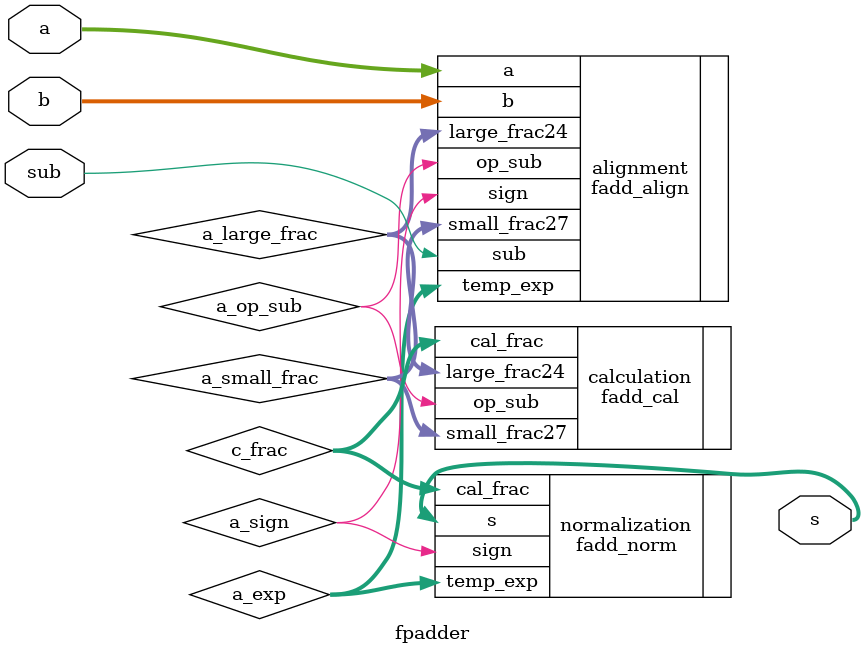
<source format=v>
`include "fp32_align.v"
`include "fp32_cal.v"
`include "fp32_norm.v"
`timescale 1ns / 1ps

module fpadder (		// fp adder
	input [31:0] a, b,	// fp a and b
	input sub,			// 1: sub; 0: add
	output [31:0] s); 	// fp output
	
	wire a_sign;
	wire [7:0] a_exp;
	wire a_op_sub;
	wire [26:0] a_small_frac;
	wire [23:0] a_large_frac;

	// Alignment
	fadd_align alignment (
		.a(a),
		.b(b),
		.sub(sub),
		.sign(a_sign), 		// sign of large one
		.temp_exp(a_exp),	// exponent of large one
		.op_sub(a_op_sub),	// add or sub
		.large_frac24(a_large_frac),	// fraction of large one
		.small_frac27(a_small_frac));	// fraction of small one
	
	// Calculation
	wire [27:0] c_frac;
	fadd_cal calculation (
		.op_sub(a_op_sub),
		.large_frac24(a_large_frac),
		.small_frac27(a_small_frac),
		.cal_frac(c_frac));	// result fraction

	// Normalization
	fadd_norm normalization (
		.sign(a_sign),		// result sign
		.temp_exp(a_exp),	// result exponent
		.cal_frac(c_frac),	// result fraction
		.s(s));				// result after normalization
endmodule
</source>
